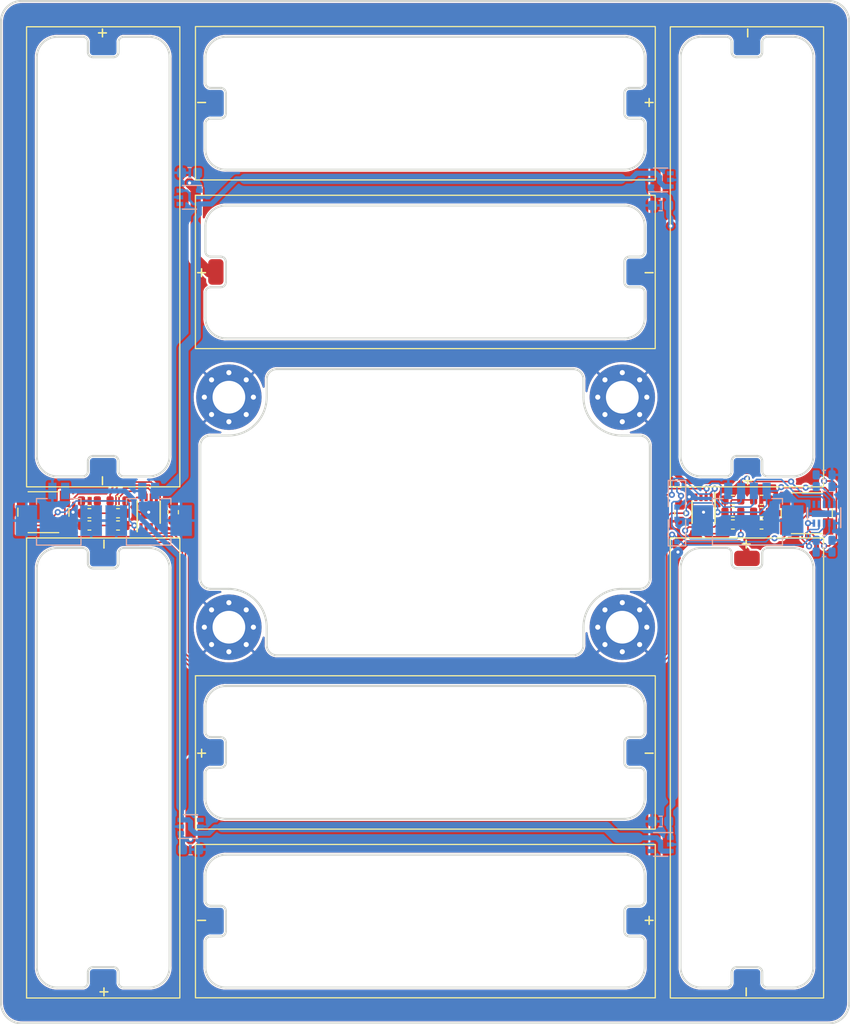
<source format=kicad_pcb>
(kicad_pcb (version 20210424) (generator pcbnew)

  (general
    (thickness 1.004)
  )

  (paper "A4")
  (layers
    (0 "F.Cu" signal)
    (31 "B.Cu" signal)
    (34 "B.Paste" user)
    (35 "F.Paste" user)
    (36 "B.SilkS" user "B.Silkscreen")
    (37 "F.SilkS" user "F.Silkscreen")
    (38 "B.Mask" user)
    (39 "F.Mask" user)
    (40 "Dwgs.User" user "User.Drawings")
    (41 "Cmts.User" user "User.Comments")
    (42 "Eco1.User" user "User.Eco1")
    (43 "Eco2.User" user "User.Eco2")
    (44 "Edge.Cuts" user)
    (45 "Margin" user)
    (46 "B.CrtYd" user "B.Courtyard")
    (47 "F.CrtYd" user "F.Courtyard")
    (48 "B.Fab" user)
    (49 "F.Fab" user)
    (50 "User.1" user)
    (51 "User.2" user)
  )

  (setup
    (stackup
      (layer "F.SilkS" (type "Top Silk Screen"))
      (layer "F.Paste" (type "Top Solder Paste"))
      (layer "F.Mask" (type "Top Solder Mask") (color "Blue") (thickness 0.01))
      (layer "F.Cu" (type "copper") (thickness 0.017))
      (layer "dielectric 1" (type "core") (thickness 0.95) (material "FR4") (epsilon_r 4.5) (loss_tangent 0.02))
      (layer "B.Cu" (type "copper") (thickness 0.017))
      (layer "B.Mask" (type "Bottom Solder Mask") (color "Blue") (thickness 0.01))
      (layer "B.Paste" (type "Bottom Solder Paste"))
      (layer "B.SilkS" (type "Bottom Silk Screen"))
      (copper_finish "ENIG")
      (dielectric_constraints no)
    )
    (pad_to_mask_clearance 0)
    (pcbplotparams
      (layerselection 0x00010fc_ffffffff)
      (disableapertmacros false)
      (usegerberextensions false)
      (usegerberattributes true)
      (usegerberadvancedattributes true)
      (creategerberjobfile true)
      (svguseinch false)
      (svgprecision 6)
      (excludeedgelayer true)
      (plotframeref false)
      (viasonmask false)
      (mode 1)
      (useauxorigin false)
      (hpglpennumber 1)
      (hpglpenspeed 20)
      (hpglpendiameter 15.000000)
      (dxfpolygonmode true)
      (dxfimperialunits true)
      (dxfusepcbnewfont true)
      (psnegative false)
      (psa4output false)
      (plotreference true)
      (plotvalue true)
      (plotinvisibletext false)
      (sketchpadsonfab false)
      (subtractmaskfromsilk false)
      (outputformat 1)
      (mirror false)
      (drillshape 1)
      (scaleselection 1)
      (outputdirectory "")
    )
  )

  (net 0 "")
  (net 1 "Net-(C1-Pad1)")
  (net 2 "Net-(C2-Pad1)")
  (net 3 "Net-(C3-Pad1)")
  (net 4 "Net-(C4-Pad1)")
  (net 5 "Net-(SC1-Pad2)")
  (net 6 "Net-(SC3-Pad2)")
  (net 7 "VCC")
  (net 8 "/SDA")
  (net 9 "/SCL")
  (net 10 "/Solar_unit_1/OUT")
  (net 11 "/Solar_unit_3/OUT")
  (net 12 "/PH_1")
  (net 13 "Net-(R2-Pad2)")
  (net 14 "Net-(R4-Pad2)")
  (net 15 "Net-(R6-Pad2)")
  (net 16 "/PH_2")
  (net 17 "Net-(R10-Pad1)")
  (net 18 "Net-(R11-Pad2)")
  (net 19 "Net-(R13-Pad2)")
  (net 20 "unconnected-(U1-Pad3)")
  (net 21 "unconnected-(U2-Pad3)")
  (net 22 "Net-(U3-Pad5)")
  (net 23 "unconnected-(U3-Pad6)")
  (net 24 "unconnected-(U3-Pad7)")
  (net 25 "Net-(SC5-Pad2)")
  (net 26 "Net-(SC7-Pad2)")
  (net 27 "GND")

  (footprint "TCY_passives:R_0603_1608Metric" (layer "F.Cu") (at 116.6 94.1 180))

  (footprint "Package_DFN_QFN:DFN-8-1EP_3x2mm_P0.5mm_EP1.3x1.5mm" (layer "F.Cu") (at 176.7 94 -90))

  (footprint "TCY_solar:SM141K04LV" (layer "F.Cu") (at 149.475 70.5))

  (footprint "TCY_smd_leds:VEMD5160X" (layer "F.Cu") (at 186.8 94.1 -90))

  (footprint "MountingHole:MountingHole_3.2mm_M3_Pad_Via" (layer "F.Cu") (at 168.75 82.75))

  (footprint "TCY_passives:R_0603_1608Metric" (layer "F.Cu") (at 179.575 94))

  (footprint "TCY_solar:SM141K04LV" (layer "F.Cu") (at 117.95 119.019999 90))

  (footprint "TCY_passives:R_0603_1608Metric" (layer "F.Cu") (at 179.575 92.8))

  (footprint "TCY_solar:SM141K04LV" (layer "F.Cu") (at 149.480001 54 180))

  (footprint "MountingHole:MountingHole_3.2mm_M3_Pad_Via" (layer "F.Cu") (at 130.25 105.25))

  (footprint "TCY_passives:R_0603_1608Metric" (layer "F.Cu") (at 116.6 92.9 180))

  (footprint "TCY_passives:R_0603_1608Metric" (layer "F.Cu") (at 119.4 92.9 180))

  (footprint "TCY_passives:R_0603_1608Metric" (layer "F.Cu") (at 182.375 92.8))

  (footprint "TCY_passives:R_0603_1608Metric" (layer "F.Cu") (at 182.375 95.2))

  (footprint "Resistor_SMD:R_0603_1608Metric" (layer "F.Cu") (at 174.4 94.1 -90))

  (footprint "TCY_passives:R_0603_1608Metric" (layer "F.Cu") (at 119.4 94.1 180))

  (footprint "TCY_solar:SM141K04LV" (layer "F.Cu") (at 117.95 69.019999 -90))

  (footprint "TCY_passives:R_0603_1608Metric" (layer "F.Cu") (at 116.6 95.3 180))

  (footprint "TCY_passives:R_0603_1608Metric" (layer "F.Cu") (at 119.4 95.3 180))

  (footprint "TCY_solar:SM141K04LV" (layer "F.Cu") (at 149.480001 117.5))

  (footprint "TCY_solar:SM141K04LV" (layer "F.Cu") (at 149.480001 134 180))

  (footprint "Package_DFN_QFN:DFN-8-1EP_3x2mm_P0.5mm_EP1.3x1.5mm" (layer "F.Cu") (at 122.4 94 90))

  (footprint "TCY_solar:SM141K04LV" (layer "F.Cu") (at 180.95 69.019999 90))

  (footprint "MountingHole:MountingHole_3.2mm_M3_Pad_Via" (layer "F.Cu") (at 168.75 105.25))

  (footprint "TCY_solar:SM141K04LV" (layer "F.Cu") (at 180.95 119.019999 -90))

  (footprint "MountingHole:MountingHole_3.2mm_M3_Pad_Via" (layer "F.Cu") (at 130.25 82.75))

  (footprint "TCY_passives:R_0603_1608Metric" (layer "F.Cu") (at 182.375 94))

  (footprint "TCY_smd_leds:VEMD5160X" (layer "F.Cu") (at 112.1 94 90))

  (footprint "Resistor_SMD:R_0603_1608Metric" (layer "F.Cu") (at 124.8 94 -90))

  (footprint "TCY_passives:R_0603_1608Metric" (layer "F.Cu") (at 179.575 95.2))

  (footprint "TCY_connectors:Amphenol_10114830-11102LF_1x02_P1.25mm_Horizontal" (layer "B.Cu") (at 113.6 92.72 180))

  (footprint "TCY_passives:C_0603_1608Metric" (layer "B.Cu") (at 188.5 96.75))

  (footprint "Package_TO_SOT_SMD:SOT-363_SC-70-6" (layer "B.Cu") (at 172.5 126.5 180))

  (footprint "Capacitor_SMD:C_0603_1608Metric" (layer "B.Cu") (at 172.5 64 180))

  (footprint "Package_TO_SOT_SMD:SOT-363_SC-70-6" (layer "B.Cu") (at 126.5 124.75))

  (footprint "Diode_SMD:D_SOD-323F" (layer "B.Cu") (at 174.1 95.8 90))

  (footprint "Capacitor_SMD:C_0603_1608Metric" (layer "B.Cu") (at 126.4 60.8 180))

  (footprint "Capacitor_SMD:C_0603_1608Metric" (layer "B.Cu") (at 126.5 127))

  (footprint "Package_TO_SOT_SMD:SOT-363_SC-70-6" (layer "B.Cu") (at 172.5 61.5))

  (footprint "TCY_passives:R_0603_1608Metric" (layer "B.Cu") (at 188.5 90.35))

  (footprint "Capacitor_SMD:C_0603_1608Metric" (layer "B.Cu") (at 172.5 124.25 180))

  (footprint "TCY_passives:R_0603_1608Metric" (layer "B.Cu") (at 188.5 97.9))

  (footprint "TCY_passives:C_0603_1608Metric" (layer "B.Cu") (at 188.5 91.5))

  (footprint "TCY_connectors:Amphenol_10114830-11102LF_1x02_P1.25mm_Horizontal" (layer "B.Cu") (at 122.4 92.72 180))

  (footprint "Package_DFN_QFN:DFN-10-1EP_2x3mm_P0.5mm_EP0.64x2.4mm" (layer "B.Cu") (at 188.5 94.15 90))

  (footprint "Diode_SMD:D_SOD-323F" (layer "B.Cu") (at 174.1 92.4 -90))

  (footprint "TCY_connectors:Amphenol_10114830-11103LF_1x04_P1.25mm_Horizontal" (layer "B.Cu") (at 181 94.97 180))

  (footprint "Package_TO_SOT_SMD:SOT-363_SC-70-6" (layer "B.Cu") (at 126.4 63.2 180))

  (gr_arc (start 185.45 49.500001) (end 187.45 49.500001) (angle -90) (layer "Edge.Cuts") (width 0.2) (tstamp 02fd28df-f37a-4553-b7a5-7cdbdc55e118))
  (gr_arc (start 185.45 99.5) (end 187.45 99.5) (angle -90) (layer "Edge.Cuts") (width 0.2) (tstamp 04792f9e-1520-4b9d-af73-5d2b39764dcd))
  (gr_arc (start 181.95 99) (end 181.95 99.500001) (angle -90) (layer "Edge.Cuts") (width 0.2) (tstamp 057c1add-104a-4a55-a56b-40801bf3b052))
  (gr_line (start 127.950001 115.500001) (end 127.950001 113.000001) (layer "Edge.Cuts") (width 0.2) (tstamp 05fedc24-de42-4101-b3a2-32c81fecf786))
  (gr_arc (start 115.95 140.000001) (end 115.95 140.500001) (angle -90) (layer "Edge.Cuts") (width 0.2) (tstamp 068b7777-c54f-41d8-a964-2f6b8ebc07fe))
  (gr_arc (start 129.450001 116.500001) (end 129.950001 116.500001) (angle -90) (layer "Edge.Cuts") (width 0.2) (tstamp 06cd484b-e52d-4371-bd5a-280706c8e6a4))
  (gr_line (start 118.95 49.500001) (end 116.95 49.500001) (layer "Edge.Cuts") (width 0.2) (tstamp 087857c5-6b30-4df8-8007-710b829a6832))
  (gr_line (start 129.950001 133.000001) (end 129.950001 135.000001) (layer "Edge.Cuts") (width 0.2) (tstamp 088d7daa-cc8d-4fd8-9aa9-12bb905b0dc6))
  (gr_line (start 116.45 99) (end 116.45 98.000001) (layer "Edge.Cuts") (width 0.2) (tstamp 09c36c44-15fc-4af7-8d71-dd1ff07b603d))
  (gr_arc (start 185.45 138.500001) (end 185.449999 140.500001) (angle -90) (layer "Edge.Cuts") (width 0.2) (tstamp 0a60d8da-a40b-4646-bfdf-f5b9a275e81e))
  (gr_arc (start 169.45 71.500001) (end 168.95 71.500001) (angle -90) (layer "Edge.Cuts") (width 0.2) (tstamp 0b84a6f9-4752-42ea-815d-62cc5fc41feb))
  (gr_line (start 116.45 139.000001) (end 116.45 140.000001) (layer "Edge.Cuts") (width 0.2) (tstamp 0c900f8c-2d96-4607-941d-cb73db80e439))
  (gr_arc (start 163.95 81.000002) (end 164.95 81.000002) (angle -90) (layer "Edge.Cuts") (width 0.2) (tstamp 0de9e0cb-4922-44b0-a5c5-3505f439fbf7))
  (gr_arc (start 168.95 49.500001) (end 170.95 49.500001) (angle -90) (layer "Edge.Cuts") (width 0.2) (tstamp 0ff09f9c-dd92-4514-9029-ab95a69e78ca))
  (gr_line (start 130.2 101.500001) (end 128.45 101.500001) (layer "Edge.Cuts") (width 0.2) (tstamp 1015b18b-ba2c-4325-aabd-937839acb938))
  (gr_arc (start 168.95 129.500001) (end 170.95 129.500001) (angle -90) (layer "Edge.Cuts") (width 0.2) (tstamp 1115bb20-fa86-472b-9634-838fd72b4dc2))
  (gr_arc (start 170.45 72.500001) (end 170.95 72.500001) (angle -90) (layer "Edge.Cuts") (width 0.2) (tstamp 11406a0b-a194-4c64-aee2-5725f56c6367))
  (gr_line (start 168.95 127.500001) (end 129.95 127.500001) (layer "Edge.Cuts") (width 0.2) (tstamp 16d32656-a535-4ca1-a698-fb0b7bd8c175))
  (gr_line (start 129.450001 52.500002) (end 128.450001 52.500002) (layer "Edge.Cuts") (width 0.2) (tstamp 1764f411-00bf-4058-a6c5-237b02f0b980))
  (gr_arc (start 169.45 133) (end 169.45 132.5) (angle -90) (layer "Edge.Cuts") (width 0.2) (tstamp 176ec522-ecd0-484a-9ee5-13f17db7041e))
  (gr_line (start 116.95 138.500001) (end 118.95 138.500001) (layer "Edge.Cuts") (width 0.2) (tstamp 17dbb318-f415-4eeb-9939-a58845d246f0))
  (gr_arc (start 179.949999 49.000001) (end 179.449999 49.000001) (angle -90) (layer "Edge.Cuts") (width 0.2) (tstamp 19c82bf9-832f-41dc-9363-64ec5d7ca397))
  (gr_line (start 170.95 72.500001) (end 170.95 75.000001) (layer "Edge.Cuts") (width 0.2) (tstamp 1a85c2de-d9b4-44ed-b7ab-42b411394e8a))
  (gr_line (start 169.45 72.000001) (end 170.45 72.000001) (layer "Edge.Cuts") (width 0.2) (tstamp 1ae2ee33-b610-4a2d-bf12-fcab2a2d2db8))
  (gr_line (start 182.95 140.500001) (end 185.45 140.500001) (layer "Edge.Cuts") (width 0.2) (tstamp 1cc7908b-9c34-4f92-ab51-23914be8ceea))
  (gr_arc (start 168.95 122.000001) (end 168.95 124.000001) (angle -90) (layer "Edge.Cuts") (width 0.2) (tstamp 1d60ec8b-e4c3-4538-8cfb-92e637677d4b))
  (gr_arc (start 178.95 98.000001) (end 179.45 98.000001) (angle -90) (layer "Edge.Cuts") (width 0.2) (tstamp 200ea47c-c5fd-4db3-8b8b-2b38eaab8b18))
  (gr_arc (start 118.95 89.000001) (end 119.45 89.000001) (angle -90) (layer "Edge.Cuts") (width 0.2) (tstamp 20407672-6076-4d42-b3ac-5e3262eaf09a))
  (gr_arc (start 176.45 88.500002) (end 174.45 88.500002) (angle -90) (layer "Edge.Cuts") (width 0.2) (tstamp 20942e9d-198c-4e1c-a76d-53d121b8efdc))
  (gr_line (start 178.95 47.500001) (end 176.45 47.500001) (layer "Edge.Cuts") (width 0.2) (tstamp 2099de76-5324-414f-b12f-26432a995d83))
  (gr_arc (start 170.45 68.500001) (end 170.45 69.000001) (angle -90) (layer "Edge.Cuts") (width 0.2) (tstamp 2204ceb9-0b66-45b1-afe8-2802f1843daf))
  (gr_arc (start 122.45 99.5) (end 124.45 99.5) (angle -90) (layer "Edge.Cuts") (width 0.2) (tstamp 2488f897-27dc-4d83-b0f1-40de367e0e63))
  (gr_line (start 169.45 52.500002) (end 170.45 52.500002) (layer "Edge.Cuts") (width 0.2) (tstamp 25b6aff7-0040-4cd5-95fa-21ceb6a3bf8e))
  (gr_arc (start 181.95 139.000001) (end 182.45 139.000001) (angle -90) (layer "Edge.Cuts") (width 0.2) (tstamp 26420053-e8ba-4265-bba2-21f505857217))
  (gr_arc (start 170.45 56.000002) (end 170.95 56.000002) (angle -90) (layer "Edge.Cuts") (width 0.2) (tstamp 2778819d-bf2b-4db2-b851-ad21434ab530))
  (gr_arc (start 119.95 140.000001) (end 119.45 140.000001) (angle -90) (layer "Edge.Cuts") (width 0.2) (tstamp 28eff093-6513-4415-9807-a3f82e9be250))
  (gr_line (start 179.45 89.000001) (end 179.45 90.000001) (layer "Edge.Cuts") (width 0.2) (tstamp 291fb24a-ead3-4fe7-b7a0-069917b6ef25))
  (gr_arc (start 115.95 90.000001) (end 115.95 90.500001) (angle -90) (layer "Edge.Cuts") (width 0.2) (tstamp 2a37c86e-f0e2-4b48-b17a-87dd11981829))
  (gr_arc (start 168.95 113.000001) (end 170.95 113.000001) (angle -90) (layer "Edge.Cuts") (width 0.2) (tstamp 2c2d42df-c623-48c4-8b2b-5ce1ddcda0f7))
  (gr_arc (start 129.95 129.500001) (end 129.95 127.500001) (angle -90) (layer "Edge.Cuts") (width 0.2) (tstamp 2e6a0af4-5eb5-416e-9dc9-1cde5ce532b8))
  (gr_arc (start 170.45 136.000001) (end 170.95 136.000001) (angle -90) (layer "Edge.Cuts") (width 0.2) (tstamp 30af23b0-2528-4a23-b0da-bda3f8ae5fbf))
  (gr_arc (start 169.45 53.000002) (end 169.45 52.500002) (angle -90) (layer "Edge.Cuts") (width 0.2) (tstamp 32f769a9-8e15-42a4-8c22-22efacb665e0))
  (gr_arc (start 169.45 69.500001) (end 169.45 69.000001) (angle -90) (layer "Edge.Cuts") (width 0.2) (tstamp 3344bf14-96fc-45d8-b8ac-ca9f6971c34c))
  (gr_arc (start 129.450001 69.500001) (end 129.950001 69.500001) (angle -90) (layer "Edge.Cuts") (width 0.2) (tstamp 33ca28d4-543f-41b2-8ae4-97f66b9b62f0))
  (gr_arc (start 182.95 90.000001) (end 182.45 90.000001) (angle -90) (layer "Edge.Cuts") (width 0.2) (tstamp 3466449a-7c72-4594-a0fe-7da5f88bc18f))
  (gr_arc (start 134.95 107.000001) (end 133.95 107.000001) (angle -90) (layer "Edge.Cuts") (width 0.2) (tstamp 36d73420-baa8-4675-8fdd-4ab03a5e1b96))
  (gr_arc (start 128.450001 72.500001) (end 128.450001 72.000001) (angle -90) (layer "Edge.Cuts") (width 0.2) (tstamp 37b166e3-e714-4dcf-aa51-da63b5f0f651))
  (gr_line (start 129.95 124.000001) (end 168.95 124.000001) (layer "Edge.Cuts") (width 0.2) (tstamp 3854931f-060a-406b-8690-1b0fd9e98f17))
  (gr_arc (start 178.95 140.000001) (end 178.95 140.500001) (angle -90) (layer "Edge.Cuts") (width 0.2) (tstamp 3855035e-d5d1-40b3-8814-9afd3fcea59b))
  (gr_line (start 169.45 135.500001) (end 170.45 135.500001) (layer "Edge.Cuts") (width 0.2) (tstamp 3b03be7d-cadd-46d7-8140-47d932ff66b5))
  (gr_arc (start 170.45 100.500001) (end 170.45 101.500001) (angle -90) (layer "Edge.Cuts") (width 0.2) (tstamp 3c084481-7678-4852-a7a9-ef45ecfba1bb))
  (gr_line (start 111.45 49.500001) (end 111.45 88.500002) (layer "Edge.Cuts") (width 0.2) (tstamp 3d36a243-0383-415d-b4d3-fee5709976f6))
  (gr_line (start 119.45 99) (end 119.45 98.000001) (layer "Edge.Cuts") (width 0.2) (tstamp 3ebabbbc-ad6a-41bf-8786-1c094c54177d))
  (gr_line (start 169.45 119.000001) (end 170.45 119.000001) (layer "Edge.Cuts") (width 0.2) (tstamp 3fb39dbf-163c-4364-b7ad-518d472c51bb))
  (gr_line (start 115.95 90.500001) (end 113.45 90.500001) (layer "Edge.Cuts") (width 0.2) (tstamp 3fcc7f22-1b86-4ec5-bf85-c9257721979f))
  (gr_line (start 170.95 132.000001) (end 170.95 129.500001) (layer "Edge.Cuts") (width 0.2) (tstamp 40b868ea-9917-4a58-b7cf-41a00dc5459e))
  (gr_line (start 115.95 97.500001) (end 113.45 97.500001) (layer "Edge.Cuts") (width 0.2) (tstamp 40e5e106-fa10-453b-93de-e18619fb50db))
  (gr_arc (start 129.95 113.000001) (end 129.95 111.000001) (angle -90) (layer "Edge.Cuts") (width 0.2) (tstamp 42997778-d21a-4685-b69e-94e2aa59164e))
  (gr_line (start 188.95 44.000002) (end 109.95 44.000002) (layer "Edge.Cuts") (width 0.2) (tstamp 42ace664-8f17-4094-b1fd-878ebff58f1f))
  (gr_arc (start 169.45 118.500001) (end 168.95 118.500001) (angle -90) (layer "Edge.Cuts") (width 0.2) (tstamp 4328b7b2-bfd8-4eee-8c04-33c6119c8c7a))
  (gr_arc (start 188.95 142) (end 188.95 144) (angle -90) (layer "Edge.Cuts") (width 0.2) (tstamp 43f9b419-c656-4851-a51c-94884e9df7b4))
  (gr_arc (start 113.45 88.500002) (end 111.45 88.500002) (angle -90) (layer "Edge.Cuts") (width 0.2) (tstamp 457966ac-8523-4a27-8b38-4de7b7447089))
  (gr_line (start 129.950001 116.500001) (end 129.950001 118.500001) (layer "Edge.Cuts") (width 0.2) (tstamp 4625890b-5085-4958-8267-fd99f761240a))
  (gr_line (start 163.95 108.000001) (end 134.95 108.000001) (layer "Edge.Cuts") (width 0.2) (tstamp 467697ea-3f2a-4e44-96df-9e96a0b9cd26))
  (gr_line (start 182.95 97.500001) (end 185.45 97.500001) (layer "Edge.Cuts") (width 0.2) (tstamp 46c10385-447c-4cac-b48c-54b612d05156))
  (gr_arc (start 116.95 139.000001) (end 116.950001 138.500001) (angle -90) (layer "Edge.Cuts") (width 0.2) (tstamp 474586ff-b199-44db-bb96-bf433e305ce5))
  (gr_line (start 182.45 99) (end 182.45 98.000001) (layer "Edge.Cuts") (width 0.2) (tstamp 47900a04-492b-416f-92d7-60e7ba980e4d))
  (gr_line (start 181.95 99.500001) (end 179.95 99.500001) (layer "Edge.Cuts") (width 0.2) (tstamp 4c0053b7-702b-4d3e-b38a-729871a44b98))
  (gr_arc (start 168.95 58.500002) (end 168.95 60.500002) (angle -90) (layer "Edge.Cuts") (width 0.2) (tstamp 4c1c115b-4a86-4563-8193-8e8bb21404e9))
  (gr_line (start 169.45 55.500002) (end 170.45 55.500002) (layer "Edge.Cuts") (width 0.2) (tstamp 4cf9c067-4351-4d91-8245-9a71e71a1579))
  (gr_arc (start 129.450001 53.000001) (end 129.950001 53.000001) (angle -90) (layer "Edge.Cuts") (width 0.2) (tstamp 4d98bf42-d9a8-4c80-a12f-ffae2e2449b2))
  (gr_line (start 174.45 99.5) (end 174.45 138.500001) (layer "Edge.Cuts") (width 0.2) (tstamp 50a0e4e5-ec24-4bc9-a19d-a5cbd346abf9))
  (gr_arc (start 129.450001 135.000001) (end 129.450001 135.500001) (angle -90) (layer "Edge.Cuts") (width 0.2) (tstamp 512ce996-2eeb-43b3-8b2a-179872448ff2))
  (gr_arc (start 179.95 99.000001) (end 179.45 99.000001) (angle -90) (layer "Edge.Cuts") (width 0.2) (tstamp 5184b9b1-2d1e-402f-8a13-ecf332cb8924))
  (gr_line (start 178.95 90.500001) (end 176.45 90.500001) (layer "Edge.Cuts") (width 0.2) (tstamp 51b42015-463f-4b15-af42-2fe98c6fdf4d))
  (gr_arc (start 168.7 105.250001) (end 168.7 101.500001) (angle -90) (layer "Edge.Cuts") (width 0.2) (tstamp 54daa8cd-f74b-4475-ae6b-ef22e989e4ea))
  (gr_arc (start 122.45 49.500001) (end 124.45 49.500001) (angle -90) (layer "Edge.Cuts") (width 0.2) (tstamp 54f0cb31-0ea0-4bdf-80fc-b2252198c0ab))
  (gr_line (start 127.950001 136.000001) (end 127.950001 138.500001) (layer "Edge.Cuts") (width 0.2) (tstamp 550841ff-78be-41bf-9279-62e524c022c9))
  (gr_line (start 178.95 140.500001) (end 176.45 140.500001) (layer "Edge.Cuts") (width 0.2) (tstamp 56756683-07d5-431e-a9fa-51e07c3ec2d5))
  (gr_arc (start 182.95 140.000001) (end 182.45 140.000001) (angle -90) (layer "Edge.Cuts") (width 0.2) (tstamp 596572bd-60f6-451a-944e-670349b19c64))
  (gr_arc (start 170.449999 87.500002) (end 171.449999 87.500002) (angle -90) (layer "Edge.Cuts") (width 0.2) (tstamp 59aaab31-cdf7-4896-946a-bda458d71d16))
  (gr_arc (start 129.950001 138.500001) (end 127.95 138.500001) (angle -90) (layer "Edge.Cuts") (width 0.2) (tstamp 5d5d867a-077e-4589-b79e-5d65489eea05))
  (gr_line (start 182.95 90.500001) (end 185.45 90.500001) (layer "Edge.Cuts") (width 0.2) (tstamp 5d7b1953-d6b5-497c-89e0-be3b5fdc6c37))
  (gr_arc (start 170.45 115.500001) (end 170.45 116.000001) (angle -90) (layer "Edge.Cuts") (width 0.2) (tstamp 6029fe31-ff48-4315-96aa-62af68b7bbd1))
  (gr_line (start 168.95 118.500001) (end 168.95 116.500001) (layer "Edge.Cuts") (width 0.2) (tstamp 6407163e-2b74-4dcd-b560-7eaccb7b6c4e))
  (gr_line (start 164.95 107) (end 164.95 105.250001) (layer "Edge.Cuts") (width 0.2) (tstamp 641b41f7-9d92-4cff-9f38-51bf3979fb42))
  (gr_line (start 129.450001 116.000001) (end 128.450001 116.000001) (layer "Edge.Cuts") (width 0.2) (tstamp 64cc52e3-e8be-4ee8-bc3b-8393589676ad))
  (gr_line (start 119.450001 89.000002) (end 119.450001 90.000001) (layer "Edge.Cuts") (width 0.2) (tstamp 664273c2-30d0-46d6-adfb-19108021f958))
  (gr_arc (start 134.95 81.000002) (end 134.95 80.000002) (angle -90) (layer "Edge.Cuts") (width 0.2) (tstamp 666bd15f-e412-49ec-8609-dbdcf15feaa8))
  (gr_line (start 115.95 47.500001) (end 113.45 47.500001) (layer "Edge.Cuts") (width 0.2) (tstamp 681ae55a-b047-40ab-bcd9-f288f5b38c7e))
  (gr_arc (start 170.45 52.000001) (end 170.45 52.500002) (angle -90) (layer "Edge.Cuts") (width 0.2) (tstamp 69cad448-7621-4388-b02d-b955a55b78ac))
  (gr_line (start 129.950001 69.500001) (end 129.950001 71.500001) (layer "Edge.Cuts") (width 0.2) (tstamp 6a8719f1-16f3-489e-bc1e-fee03537978d))
  (gr_arc (start 119.95 48.000001) (end 119.95 47.500001) (angle -90) (layer "Edge.Cuts") (width 0.2) (tstamp 6b750a59-e7a9-4abc-8c08-f033d3fe9366))
  (gr_arc (start 176.45 138.500001) (end 174.45 138.500001) (angle -90) (layer "Edge.Cuts") (width 0.2) (tstamp 708f301e-b6dd-4465-b89c-73a29f56fec4))
  (gr_arc (start 178.95 48.000001) (end 179.45 48.000001) (angle -90) (layer "Edge.Cuts") (width 0.2) (tstamp 735eb0af-439b-4cea-b44a-d2a70110d10f))
  (gr_line (start 168.95 111) (end 129.95 111.000001) (layer "Edge.Cuts") (width 0.2) (tstamp 73ea7d1a-e8b7-471b-b32d-15e6ba22e4af))
  (gr_line (start 178.95 97.500001) (end 176.45 97.500001) (layer "Edge.Cuts") (width 0.2) (tstamp 742fc986-86b0-4707-a302-57185abc5b63))
  (gr_line (start 168.95 64.000001) (end 129.95 64.000001) (layer "Edge.Cuts") (width 0.2) (tstamp 74e011b2-2128-48c6-a66c-dacc779ec4f3))
  (gr_arc (start 109.95 46.000002) (end 109.95 44.000002) (angle -90) (layer "Edge.Cuts") (width 0.2) (tstamp 74e80894-178e-47c2-addb-76c92fe60d91))
  (gr_line (start 119.95 140.500001) (end 122.45 140.500001) (layer "Edge.Cuts") (width 0.2) (tstamp 75729d9d-b15a-428d-b7ee-3dddd73f914c))
  (gr_line (start 169.45 69.000001) (end 170.45 69.000001) (layer "Edge.Cuts") (width 0.2) (tstamp 76d0e73c-b7fb-4491-b9af-733492f4e7a2))
  (gr_line (start 129.450001 69.000001) (end 128.450001 69.000001) (layer "Edge.Cuts") (width 0.2) (tstamp 76e2cf84-68f8-4c7e-a43a-6fdeaed82c22))
  (gr_arc (start 129.95 66.000001) (end 129.95 64.000001) (angle -90) (layer "Edge.Cuts") (width 0.2) (tstamp 77b7fcfb-e64c-4881-aebf-2910a1a6858c))
  (gr_line (start 124.45 88.500002) (end 124.45 49.500001) (layer "Edge.Cuts") (width 0.2) (tstamp 77f71919-8b4d-4a09-a259-f971e7e13650))
  (gr_arc (start 168.95 138.500001) (end 168.95 140.500001) (angle -90) (layer "Edge.Cuts") (width 0.2) (tstamp 782be7bb-0ed2-4354-b62b-9de056c3c816))
  (gr_line (start 129.450001 132.500001) (end 128.450001 132.500001) (layer "Edge.Cuts") (width 0.2) (tstamp 78e8a562-84b2-4aa6-88f1-0ee5d87f6966))
  (gr_line (start 169.45 132.500001) (end 170.45 132.500001) (layer "Edge.Cuts") (width 0.2) (tstamp 79a3d936-73c9-4068-a7db-4b757ee9db23))
  (gr_line (start 170.95 136.000001) (end 170.95 138.500001) (layer "Edge.Cuts") (width 0.2) (tstamp 7aae5e46-dfed-4d70-954d-3998b7c6ad97))
  (gr_line (start 119.45 49.000001) (end 119.45 48.000001) (layer "Edge.Cuts") (width 0.2) (tstamp 7dffe1f5-ac00-48a6-a204-5c225b8ee6a0))
  (gr_arc (start 129.450001 118.500001) (end 129.450001 119.000001) (angle -90) (layer "Edge.Cuts") (width 0.2) (tstamp 7eb4fc7c-15e3-44fb-9a90-cdbfa5b2841f))
  (gr_arc (start 116.95 49.000001) (end 116.45 49.000001) (angle -90) (layer "Edge.Cuts") (width 0.2) (tstamp 7ed2f7de-17f9-4f2a-aee9-8663aa893ccc))
  (gr_arc (start 129.95 75.000001) (end 127.95 75.000001) (angle -90) (layer "Edge.Cuts") (width 0.2) (tstamp 7f071327-4882-4798-8773-bd8a66e79a70))
  (gr_line (start 190.95 142) (end 190.95 46.000002) (layer "Edge.Cuts") (width 0.2) (tstamp 8029247e-0301-4f7f-ba44-bcbfed4aab63))
  (gr_arc (start 181.95 89.000002) (end 182.45 89.000002) (angle -90) (layer "Edge.Cuts") (width 0.2) (tstamp 80cae36f-e694-48af-a93b-440d434896d1))
  (gr_line (start 127.950001 56.000002) (end 127.950001 58.500001) (layer "Edge.Cuts") (width 0.2) (tstamp 82b5fbe1-7079-43fd-904a-2146cd15e33f))
  (gr_arc (start 182.95 48.000001) (end 182.95 47.500001) (angle -90) (layer "Edge.Cuts") (width 0.2) (tstamp 852154ee-e9e8-49d1-81c4-732e1b9efce9))
  (gr_line (start 182.45 89.000002) (end 182.45 90.000001) (layer "Edge.Cuts") (width 0.2) (tstamp 8744840a-60c8-4960-a35b-6d9ec4cf21a7))
  (gr_arc (start 118.95 99.000001) (end 118.95 99.500001) (angle -90) (layer "Edge.Cuts") (width 0.2) (tstamp 87d59e46-4bd9-4a6e-b283-e5fa9d10a860))
  (gr_line (start 133.95 81.000002) (end 133.95 82.750002) (layer "Edge.Cuts") (width 0.2) (tstamp 8857dabb-1263-4bc4-b105-3d19d4807f58))
  (gr_line (start 109.95 144) (end 188.95 144) (layer "Edge.Cuts") (width 0.2) (tstamp 8871945a-ad76-443d-ad24-9865b5838656))
  (gr_arc (start 109.95 142) (end 107.95 142) (angle -90) (layer "Edge.Cuts") (width 0.2) (tstamp 889df7a2-2c31-4945-b769-3cc3392a1430))
  (gr_line (start 182.45 49.000001) (end 182.45 48.000001) (layer "Edge.Cuts") (width 0.2) (tstamp 88a11b1d-dbc7-4a09-9005-f51d2e6086c0))
  (gr_arc (start 130.200001 105.250001) (end 133.950001 105.250001) (angle -90) (layer "Edge.Cuts") (width 0.2) (tstamp 897aeebd-8745-4d09-bc9d-2f7d5de39394))
  (gr_arc (start 128.450001 52.000002) (end 127.950001 52.000002) (angle -90) (layer "Edge.Cuts") (width 0.2) (tstamp 89a770c0-a007-445d-bfb8-cb6eb5d0843b))
  (gr_arc (start 176.45 99.5) (end 176.45 97.5) (angle -90) (layer "Edge.Cuts") (width 0.2) (tstamp 8a00814c-621a-43c8-85c1-edf0431af0ee))
  (gr_line (start 168.7 101.500001) (end 170.45 101.500001) (layer "Edge.Cuts") (width 0.2) (tstamp 8a76e635-147a-47eb-b89e-a5c1190be725))
  (gr_line (start 119.95 97.500001) (end 122.45 97.500001) (layer "Edge.Cuts") (width 0.2) (tstamp 8c293c86-09b9-4190-bbe2-491c7c71ebc3))
  (gr_arc (start 128.45 87.500002) (end 128.45 86.500002) (angle -90) (layer "Edge.Cuts") (width 0.2) (tstamp 917066b8-42b6-4dbe-93a4-03f3a533c93b))
  (gr_arc (start 178.95 90.000001) (end 178.95 90.500001) (angle -90) (layer "Edge.Cuts") (width 0.2) (tstamp 920be5a4-f8a4-47db-be8d-4ab4b9dde01f))
  (gr_arc (start 170.45 119.500001) (end 170.95 119.500001) (angle -90) (layer "Edge.Cuts") (width 0.2) (tstamp 932dd08d-b453-4570-bdcb-41f3642afbac))
  (gr_arc (start 128.450001 119.500001) (end 128.450001 119) (angle -90) (layer "Edge.Cuts") (width 0.2) (tstamp 947c34b0-1339-46cf-b5f1-d850d29c8aab))
  (gr_line (start 127.45 87.500002) (end 127.45 100.500001) (layer "Edge.Cuts") (width 0.2) (tstamp 97dd2369-b1de-49b1-99b2-fa3443effaa2))
  (gr_line (start 127.950001 119.500001) (end 127.950001 122.000001) (layer "Edge.Cuts") (width 0.2) (tstamp 98daad9f-8ae6-4ef6-9592-f93e96070746))
  (gr_arc (start 128.450001 132.000001) (end 127.950001 132.000001) (angle -90) (layer "Edge.Cuts") (width 0.2) (tstamp 992ba1db-5923-4589-ae03-965bacc9003f))
  (gr_arc (start 128.450001 68.500001) (end 127.950001 68.500001) (angle -90) (layer "Edge.Cuts") (width 0.2) (tstamp 9a6b809c-6d91-4f22-92c8-52b529e801cb))
  (gr_arc (start 176.45 49.500001) (end 176.45 47.500001) (angle -90) (layer "Edge.Cuts") (width 0.2) (tstamp 9a8c6476-15c5-4bc2-b076-7b1c3c77371e))
  (gr_line (start 174.45 49.500001) (end 174.45 88.500002) (layer "Edge.Cuts") (width 0.2) (tstamp 9bbe931b-dd61-4f81-8fa6-1c445e61a5dc))
  (gr_line (start 129.450001 55.500002) (end 128.450001 55.500002) (layer "Edge.Cuts") (width 0.2) (tstamp 9f31c22e-0ac9-4cd9-9ec9-dc88e07e652b))
  (gr_line (start 170.95 115.500001) (end 170.95 113.000001) (layer "Edge.Cuts") (width 0.2) (tstamp 9fa4b302-2c67-4387-8794-bc4270b58c6f))
  (gr_line (start 179.95 138.500001) (end 181.95 138.500001) (layer "Edge.Cuts") (width 0.2) (tstamp a0a073b6-f752-412f-8497-7c02fe632023))
  (gr_line (start 187.45 138.500001) (end 187.45 99.5) (layer "Edge.Cuts") (width 0.2) (tstamp a1b4ce14-0761-489e-aea9-598fffb72937))
  (gr_line (start 118.95 99.5) (end 116.95 99.5) (layer "Edge.Cuts") (width 0.2) (tstamp a31b16fa-cee2-45b6-a31c-fdb58bed72b3))
  (gr_arc (start 179.95 89.000001) (end 179.95 88.500001) (angle -90) (layer "Edge.Cuts") (width 0.2) (tstamp a362a90d-8b64-4835-a486-159fa3c5db91))
  (gr_line (start 168.95 71.500001) (end 168.95 69.500001) (layer "Edge.Cuts") (width 0.2) (tstamp a47f3919-a7ed-4c9c-a7c0-e49cdca988a4))
  (gr_arc (start 185.45 88.500002) (end 185.45 90.500002) (angle -90) (layer "Edge.Cuts") (width 0.2) (tstamp a62534cb-e356-4290-8d1f-5ba7f7d7d173))
  (gr_line (start 130.2 86.500002) (end 128.45 86.500002) (layer "Edge.Cuts") (width 0.2) (tstamp a8dc7da6-5df8-42a4-b2cd-b1281cf3d0f0))
  (gr_line (start 133.95 107.000001) (end 133.95 105.250001) (layer "Edge.Cuts") (width 0.2) (tstamp a910dee8-0870-4310-a0d2-86648d7b69f7))
  (gr_line (start 129.95 140.500001) (end 168.95 140.500001) (layer "Edge.Cuts") (width 0.2) (tstamp aae1e4a3-8e02-4983-a2b8-2b86f3b26622))
  (gr_arc (start 129.95 49.500002) (end 129.95 47.500001) (angle -90) (layer "Edge.Cuts") (width 0.2) (tstamp ac810d39-b7fe-42c7-ba88-868a65732f53))
  (gr_line (start 129.95 60.500001) (end 168.95 60.500001) (layer "Edge.Cuts") (width 0.2) (tstamp af23d4a6-8670-4760-a119-5e2530d26af9))
  (gr_arc (start 119.95 98.000001) (end 119.95 97.5) (angle -90) (layer "Edge.Cuts") (width 0.2) (tstamp af2acadf-c2a8-44c1-a321-0b8c9559fd12))
  (gr_arc (start 116.95 89.000001) (end 116.95 88.500001) (angle -90) (layer "Edge.Cuts") (width 0.2) (tstamp afc80580-63d1-4326-b9f7-5acd5ec665d8))
  (gr_arc (start 188.95 46.000002) (end 190.95 46.000002) (angle -90) (layer "Edge.Cuts") (width 0.2) (tstamp b3ab7bd5-de20-4233-925b-917602773263))
  (gr_arc (start 170.45 132) (end 170.45 132.500001) (angle -90) (layer "Edge.Cuts") (width 0.2) (tstamp b6bd75d6-3508-4fce-905e-29f0060b92f4))
  (gr_arc (start 179.949999 139.000001) (end 179.95 138.500001) (angle -90) (layer "Edge.Cuts") (width 0.2) (tstamp b76f75c3-fd7c-4758-a238-74bc8575cf3b))
  (gr_arc (start 113.45 138.500001) (end 111.45 138.500001) (angle -90) (layer "Edge.Cuts") (width 0.2) (tstamp b8a1d2ac-cbde-411f-94d6-648cdbb9f65b))
  (gr_line (start 127.950001 68.500001) (end 127.950001 66.000001) (layer "Edge.Cuts") (width 0.2) (tstamp b8c2e7e4-14da-4a5e-b54b-171723be229c))
  (gr_line (start 107.95 46.000002) (end 107.95 142) (layer "Edge.Cuts") (width 0.2) (tstamp bf4d3a89-821e-4c78-874a-a358a57f830e))
  (gr_line (start 179.95 88.500002) (end 181.95 88.500002) (layer "Edge.Cuts") (width 0.2) (tstamp c157b1bf-f1c8-4cf0-802c-75f1b9d1dcd9))
  (gr_line (start 170.95 52.000002) (end 170.95 49.500001) (layer "Edge.Cuts") (width 0.2) (tstamp c38991c2-4ab1-4113-a511-8873ca89c478))
  (gr_line (start 170.95 119.500001) (end 170.95 122.000001) (layer "Edge.Cuts") (width 0.2) (tstamp c3e1ac6e-686e-491f-a775-d2c306be2791))
  (gr_arc (start 128.450001 100.500001) (end 127.450001 100.500001) (angle -90) (layer "Edge.Cuts") (width 0.2) (tstamp c3f700a0-20bc-4a01-abc8-52590ec87c31))
  (gr_arc (start 128.450001 115.500001) (end 127.950001 115.500001) (angle -90) (layer "Edge.Cuts") (width 0.2) (tstamp c5b83580-85f5-463b-9481-cb5feb8da2c7))
  (gr_line (start 116.95 88.500002) (end 118.95 88.500002) (layer "Edge.Cuts") (width 0.2) (tstamp c6f75eb3-90c1-4ea4-8211-ee36d74d5e75))
  (gr_arc (start 129.95 122.000001) (end 127.95 122) (angle -90) (layer "Edge.Cuts") (width 0.2) (tstamp c80caa73-4ea0-4303-99bb-165b7fd90bbf))
  (gr_arc (start 115.95 98.000001) (end 116.45 98.000001) (angle -90) (layer "Edge.Cuts") (width 0.2) (tstamp c92570e5-8657-4d54-af64-2d6ec0c06643))
  (gr_line (start 111.45 99.5) (end 111.45 138.500001) (layer "Edge.Cuts") (width 0.2) (tstamp c96142b7-478d-4b08-a318-56fc29c32a2e))
  (gr_line (start 119.95 90.500001) (end 122.45 90.500001) (layer "Edge.Cuts") (width 0.2) (tstamp c9c6e55a-e9f5-4f33-a3d9-6bea33ed461c))
  (gr_line (start 168.95 47.500001) (end 129.95 47.500001) (layer "Edge.Cuts") (width 0.2) (tstamp c9df1cd4-6eae-42e3-a3aa-8243cc2658b9))
  (gr_arc (start 122.45 138.500001) (end 122.45 140.500001) (angle -90) (layer "Edge.Cuts") (width 0.2) (tstamp ca6af224-0824-4eac-8385-56bb28bf948b))
  (gr_line (start 127.950001 132.000001) (end 127.950001 129.500001) (layer "Edge.Cuts") (width 0.2) (tstamp ccd5ce35-273d-44e7-b28a-10f70626f9fc))
  (gr_line (start 170.95 56.000002) (end 170.95 58.500001) (layer "Edge.Cuts") (width 0.2) (tstamp cd1725d5-b81f-420c-9036-744e1b8b69b5))
  (gr_line (start 116.45 49.000001) (end 116.45 48.000001) (layer "Edge.Cuts") (width 0.2) (tstamp cd9ce211-85bd-4997-b7fb-a2372d5a175f))
  (gr_arc (start 128.450001 136.000001) (end 128.450001 135.500001) (angle -90) (layer "Edge.Cuts") (width 0.2) (tstamp d22ff753-3eae-4805-9d49-b77b5aa6fbbb))
  (gr_arc (start 168.7 82.750002) (end 164.95 82.750002) (angle -90) (layer "Edge.Cuts") (width 0.2) (tstamp d5e756b1-8c79-4725-a783-815290ebc472))
  (gr_line (start 179.45 139.000001) (end 179.45 140.000001) (layer "Edge.Cuts") (width 0.2) (tstamp d72088a7-d838-4ab4-a5ad-b1d78fcca41e))
  (gr_arc (start 169.45 116.500001) (end 169.45 116.000001) (angle -90) (layer "Edge.Cuts") (width 0.2) (tstamp d726fdbc-cd73-4f1c-b1d3-3e24db04c9ff))
  (gr_line (start 119.95 47.500001) (end 122.45 47.500001) (layer "Edge.Cuts") (width 0.2) (tstamp d76e9da6-ba3f-49e6-9991-297706496a3e))
  (gr_line (start 127.950001 72.500001) (end 127.950001 75.000001) (layer "Edge.Cuts") (width 0.2) (tstamp d8647260-7586-459e-8e01-86ef19f41dc4))
  (gr_line (start 129.95 77.000001) (end 168.95 77.000001) (layer "Edge.Cuts") (width 0.2) (tstamp d8b4f8af-df6e-45b8-b3af-ef02a199ee8e))
  (gr_line (start 170.95 68.500001) (end 170.95 66.000001) (layer "Edge.Cuts") (width 0.2) (tstamp d903efc6-db8f-4a52-8f8f-4b80bd175b59))
  (gr_arc (start 168.95 75.000001) (end 168.95 77.000002) (angle -90) (layer "Edge.Cuts") (width 0.2) (tstamp dad61b19-5490-43ab-bb0e-764413c7b7e3))
  (gr_line (start 119.450001 139.000001) (end 119.450001 140.000001) (layer "Edge.Cuts") (width 0.2) (tstamp db381d79-765b-4bd4-9e13-51349f2b3dad))
  (gr_line (start 179.45 49.000001) (end 179.45 48.000001) (layer "Edge.Cuts") (width 0.2) (tstamp dba5e760-46c8-4ffe-9119-f593e4b9af4b))
  (gr_arc (start 130.2 82.750002) (end 130.2 86.500002) (angle -90) (layer "Edge.Cuts") (width 0.2) (tstamp dbd09501-9b4d-4cc0-81c3-c2bbea0a98a7))
  (gr_arc (start 129.95 58.500001) (end 127.95 58.500001) (angle -90) (layer "Edge.Cuts") (width 0.2) (tstamp dc0dcd70-9af9-43a6-90bf-7501aa4eabc3))
  (gr_arc (start 118.950001 49.000001) (end 118.95 49.500001) (angle -90) (layer "Edge.Cuts") (width 0.2) (tstamp dd2afa2f-d73d-41d3-9752-3409d781bf80))
  (gr_line (start 182.45 139.000001) (end 182.45 140.000001) (layer "Edge.Cuts") (width 0.2) (tstamp dee937e6-a93e-4b7f-b622-b7e72abe5bcb))
  (gr_line (start 129.450001 135.500001) (end 128.450001 135.500001) (layer "Edge.Cuts") (width 0.2) (tstamp deffecf1-2d6b-490d-b165-addad5ca696a))
  (gr_line (start 187.45 88.500002) (end 187.45 49.500001) (layer "Edge.Cuts") (width 0.2) (tstamp dfc9b2d1-5583-407e-9323-fab93803e77e))
  (gr_line (start 179.45 99.000001) (end 179.45 98.000001) (layer "Edge.Cuts") (width 0.2) (tstamp dfd07cac-98d2-4b82-8c4f-c1d0aac196ed))
  (gr_arc (start 169.45 135.000001) (end 168.95 135.000001) (angle -90) (layer "Edge.Cuts") (width 0.2) (tstamp e0858e8f-0ed3-4e21-b06d-83a11dfd6671))
  (gr_line (start 134.95 80.000002) (end 163.95 80.000002) (layer "Edge.Cuts") (width 0.2) (tstamp e086ad4e-0bd1-4e44-b08d-a67d65161884))
  (gr_arc (start 168.95 66.000001) (end 170.95 66.000001) (angle -90) (layer "Edge.Cuts") (width 0.2) (tstamp e0a01cc1-92e5-465f-b9e4-9abf9102deb7))
  (gr_arc (start 129.450001 71.500001) (end 129.450001 72.000002) (angle -90) (layer "Edge.Cuts") (width 0.2) (tstamp e0d8d89f-3278-4944-a6cf-0a1b5e2575b6))
  (gr_arc (start 181.95 49.000001) (end 181.949999 49.500001) (angle -90) (layer "Edge.Cuts") (width 0.2) (tstamp e1460c31-0172-4665-94c2-ea3e8bbec4ae))
  (gr_line (start 129.450001 72.000002) (end 128.450001 72.000002) (layer "Edge.Cuts") (width 0.2) (tstamp e17648f6-717b-44d6-ae9e-ea11d5adaa10))
  (gr_arc (start 163.95 107) (end 163.95 108) (angle -90) (layer "Edge.Cuts") (width 0.2) (tstamp e19de688-1133-4db1-88b9-8a593c16f7c7))
  (gr_arc (start 122.45 88.500002) (end 122.45 90.500002) (angle -90) (layer "Edge.Cuts") (width 0.2) (tstamp e20a8730-a90f-44d0-8738-cbb3420d0c97))
  (gr_line (start 129.450001 119.000001) (end 128.450001 119.000001) (layer "Edge.Cuts") (width 0.2) (tstamp e2b23b9b-7068-489d-892e-045e38274fc6))
  (gr_arc (start 128.450001 56.000002) (end 128.450001 55.500002) (angle -90) (layer "Edge.Cuts") (width 0.2) (tstamp e2bc1f91-524c-4c39-8d4b-301d4f798c19))
  (gr_arc (start 118.950001 139.000001) (end 119.450001 139.000001) (angle -90) (layer "Edge.Cuts") (width 0.2) (tstamp e3828d57-8577-4343-a856-1709490e6da1))
  (gr_arc (start 116.95 99) (end 116.45 99) (angle -90) (layer "Edge.Cuts") (width 0.2) (tstamp e44d02d3-679a-4708-b01e-7adee63ca73a))
  (gr_arc (start 129.450001 55.000002) (end 129.450001 55.500002) (angle -90) (layer "Edge.Cuts") (width 0.2) (tstamp e511ecbf-c88b-4fb1-ac49-de64237d3dbc))
  (gr_arc (start 115.95 48.000001) (end 116.45 48.000001) (angle -90) (layer "Edge.Cuts") (width 0.2) (tstamp e6128f7f-2623-4d20-a2fe-e8f8ec0836cb))
  (gr_line (start 116.45 89.000001) (end 116.45 90.000001) (layer "Edge.Cuts") (width 0.2) (tstamp e726c879-6b32-46ed-8f4f-b512ba4066ac))
  (gr_line (start 168.95 55.000002) (end 168.95 53.000002) (layer "Edge.Cuts") (width 0.2) (tstamp e7d1dc10-45cb-4f83-a721-d97d6c194314))
  (gr_line (start 168.95 135.000001) (end 168.95 133.000001) (layer "Edge.Cuts") (width 0.2) (tstamp e86fd210-0c19-4114-9678-ed2a5574ad3e))
  (gr_line (start 127.950001 52.000002) (end 127.950001 49.500002) (layer "Edge.Cuts") (width 0.2) (tstamp ea690750-401f-4357-9203-cde6d0271628))
  (gr_line (start 129.950001 53.000002) (end 129.950001 55.000002) (layer "Edge.Cuts") (width 0.2) (tstamp eb2c540c-8ef0-4288-8ff0-08bf1ad9ef7a))
  (gr_line (start 181.95 49.500001) (end 179.95 49.500001) (layer "Edge.Cuts") (width 0.2) (tstamp ec35e742-538a-4fe9-9347-40941b8e371a))
  (gr_line (start 169.45 116.000001) (end 170.45 116.000001) (layer "Edge.Cuts") (width 0.2) (tstamp ec76a7cf-f9f0-4abe-aaa6-d05f735b7ad7))
  (gr_line (start 168.7 86.500002) (end 170.449999 86.500002) (layer "Edge.Cuts") (width 0.2) (tstamp f1a896a0-fc6e-4d66-b05f-c321f5f3ebc8))
  (gr_line (start 164.95 81.000002) (end 164.95 82.750002) (layer "Edge.Cuts") (width 0.2) (tstamp f40e9203-1edf-4bce-b58f-76844450be44))
  (gr_arc (start 169.45 55.000002) (end 168.95 55.000001) (angle -90) (layer "Edge.Cuts") (width 0.2) (tstamp f526fe01-bd34-4268-831e-e4b685e29813))
  (gr_arc (start 119.95 90.000001) (end 119.45 90.000001) (angle -90) (layer "Edge.Cuts") (width 0.2) (tstamp f63c377d-a3e1-4a07-80dc-b718e4ead9f7))
  (gr_line (start 171.45 100.500001) (end 171.45 87.500002) (layer "Edge.Cuts") (width 0.2) (tstamp f74ad42d-9857-4b8e-96c6-ac20b16122fa))
  (gr_arc (start 182.95 98.000001) (end 182.95 97.5) (angle -90) (layer "Edge.Cuts") (width 0.2) (tstamp f9361ab1-9d18-4e5e-8dfe-065ba36bda47))
  (gr_arc (start 113.45 49.500001) (end 113.45 47.500001) (angle -90) (layer "Edge.Cuts") (width 0.2) (tstamp f988de13-f523-420c-939c-ec52f86eaacf))
  (gr_arc (start 113.45 99.5) (end 113.45 97.5) (angle -90) (layer "Edge.Cuts") (width 0.2) (tstamp f9a293a1-fe32-4f52-882e-a6d512ab7ccf))
  (gr_line (start 115.95 140.500001) (end 113.45 140.500001) (layer "Edge.Cuts") (width 0.2) (tstamp fdbf67b8-01ad-4dc2-8da3-931d2be3b594))
  (gr_line (start 182.95 47.500001) (end 185.45 47.500001) (layer "Edge.Cuts") (width 0.2) (tstamp fe0370e2-ba5f-4626-bb18-27471b733cc6))
  (gr_line (start 124.45 138.500001) (end 124.45 99.5) (layer "Edge.Cuts") (width 0.2) (tstamp fe13e6c2-587c-4ed0-8799-ac83e4859bf7))
  (gr_arc (start 129.450001 133.000001) (end 129.950001 133.000001) (angle -90) (layer "Edge.Cuts") (width 0.2) (tstamp ff897fcd-e232-4d18-bd1b-4528898e375c))

  (segment (start 179.45 91) (end 174.75 91) (width 0.5) (layer "F.Cu") (net 1) (tstamp 07bd49c5-741a-42dc-b466-a02f4df6e9eb))
  (segment (start 179.95 89.9) (end 179.95 90.5) (width 0.5) (layer "F.Cu") (net 1) (tstamp 4c4b7d0f-a4f2-4d70-86a7-21b2e93b0b04))
  (segment (start 174.75 91) (end 173.5 89.75) (width 0.5) (layer "F.Cu") (net 1) (tstamp 4ef72094-0045-4761-af23-e3a4db4cf07d))
  (segment (start 180.95 89.519999) (end 180.330001 89.519999) (width 0.5) (layer "F.Cu") (net 1) (tstamp 731a76e2-dad2-4b3a-a92a-1c7e84c10da9))
  (segment (start 179.95 90.5) (end 179.45 91) (width 0.5) (layer "F.Cu") (net 1) (tstamp c3e92499-0ee3-4918-927a-9cbceb9127b3))
  (segment (start 173.5 89.75) (end 173.5 66) (width 1) (layer "F.Cu") (net 1) (tstamp c8315908-9dc9-4f24-8d0e-d9756a6d96c3))
  (segment (start 180.330001 89.519999) (end 179.95 89.9) (width 0.5) (layer "F.Cu") (net 1) (tstamp e6cda38f-5b60-4c60-b665-0d7ab74bae8f))
  (via (at 173.5 66) (size 0.6) (drill 0.3) (layers "F.Cu" "B.Cu") (net 1) (tstamp 469c3c6e-e457-4b4e-aaad-8541a16cce34))
  (segment (start 173.5 66) (end 173.5 65.25) (width 0.5) (layer "B.Cu") (net 1) (tstamp 2fbbf2f8-ccb0-4c4f-9e29-3b401731ef3d))
  (segment (start 172 63) (end 171.55 62.55) (width 0.5) (layer "B.Cu") (net 1) (tstamp 5a680350-53a1-488d-b09f-a3d6c85ce57e))
  (segment (start 173.2875 65.0375) (end 173.2875 64) (width 0.5) (layer "B.Cu") (net 1) (tstamp 6e8310c6-87fa-4f01-b9fa-54a5d2bb6c32))
  (segment (start 173 63) (end 172 63) (width 0.5) (layer "B.Cu") (net 1) (tstamp 9d95bfad-c0cb-49e8-9dcf-27f7850b72cd))
  (segment (start 173.5 65.25) (end 173.2875 65.0375) (width 0.5) (layer "B.Cu") (net 1) (tstamp 9d9cc0d8-8957-4efb-a097-380e88248b27))
  (segment (start 173.2875 64) (end 173.2875 63.2875) (width 0.5) (layer "B.Cu") (net 1) (tstamp c4536b02-f569-4104-870e-7551952d5a50))
  (segment (start 171.55 62.55) (end 171.55 62.15) (width 0.5) (layer "B.Cu") (net 1) (tstamp cad10148-46f5-413c-9cec-de7f9819211b))
  (segment (start 173.2875 63.2875) (end 173 63) (width 0.5) (layer "B.Cu") (net 1) (tstamp ec8e5baa-f6de-40ce-83a7-6e1863f2c5c5))
  (segment (start 127 69.2) (end 127 62.4) (width 1) (layer "F.Cu") (net 2) (tstamp 4433c64a-9a93-48df-b6ea-23abf83b0726))
  (segment (start 128.980001 70.519999) (end 128.319999 70.519999) (width 1) (layer "F.Cu") (net 2) (tstamp 90d26dd1-0001-4076-8a1a-df8a77b20db7))
  (segment (start 128.319999 70.519999) (end 127 69.2) (width 1) (layer "F.Cu") (net 2) (tstamp 9e5fffbd-13c9-4816-805d-10e4fd6c4ffb))
  (segment (start 127 62.4) (end 126.4 61.8) (width 1) (layer "F.Cu") (net 2) (tstamp d0b5effc-9f74-433a-9828-dc334d62d599))
  (via (at 126.4 61.8) (size 0.6) (drill 0.3) (layers "F.Cu" "B.Cu") (net 2) (tstamp a650d9ca-2ed1-4008-9845-1161a938674b))
  (segment (start 127.35 61.95) (end 127.35 62.55) (width 0.5) (layer "B.Cu") (net 2) (tstamp 016102c5-70ee-4531-b64a-c0f6cccf7d21))
  (segment (start 127.2 61.8) (end 127.35 61.95) (width 0.5) (layer "B.Cu") (net 2) (tstamp 10e9a640-fc93-4f73-a839-10b63ad1e068))
  (segment (start 127.1875 60.8) (end 127.1875 61.7875) (width 0.5) (layer "B.Cu") (net 2) (tstamp 2f284f49-a0d8-42dc-976c-ab159ad6b44b))
  (segment (start 127.1875 61.7875) (end 127.35 61.95) (width 0.5) (layer "B.Cu") (net 2) (tstamp a688b481-66fc-450c-af08-4ec3a43cc791))
  (segment (start 126.4 61.8) (end 127.2 61.8) (width 0.5) (layer "B.Cu") (net 2) (tstamp afe1f905-a926-42a4-9509-aa0c3b607f23))
  (segment (start 175.1 97) (end 174.2 97.9) (width 0.5) (layer "F.Cu") (net 3) (tstamp 0b0c39ef-9b34-4d92-829d-32c08e201626))
  (segment (start 180.95 98.519999) (end 180.95 97.75) (width 0.5) (layer "F.Cu") (net 3) (tstamp 5f30ed1a-1fea-440a-81b9-e619cc96a2ca))
  (segment (start 180.2 97) (end 175.15 97) (width 0.5) (layer "F.Cu") (net 3) (tstamp b273134e-9845-4cf6-abfc-6c7b382a96d2))
  (segment (start 180.95 97.75) (end 180.2 97) (width 0.5) (layer "F.Cu") (net 3) (tstamp dc76aaf0-f064-4738-b8be-878736a2a897))
  (segment (start 175.15 97) (end 175.1 97) (width 0.5) (layer "F.Cu") (net 3) (tstamp de80db4a-0039-4117-9d68-730b560aac49))
  (via (at 174.2 97.9) (size 0.6) (drill 0.3) (layers "F.Cu" "B.Cu") (net 3) (tstamp 3e6492f6-84e0-4a12-a5c2-582cf2691e73))
  (segment (start 173.7 121.7) (end 173.7 122.6) (width 0.5) (layer "B.Cu") (net 3) (tstamp 0c9df560-4990-4fb6-9e53-e303969f861e))
  (segment (start 173.9 98.2) (end 173.7 98.4) (width 1) (layer "B.Cu") (net 3) (tstamp 2d5a9300-1cad-468a-882e-8cb651092829))
  (segment (start 173.2875 124.25) (end 173.2875 124.7875) (width 0.5) (layer "B.Cu") (net 3) (tstamp 4d65aab5-703e-4672-9366-dff7531ff9c3))
  (segment (start 173.2875 124.7875) (end 173.45 124.95) (width 0.5) (layer "B.Cu") (net 3) (tstamp 4e58f228-fe4a-41be-b918-cd6f2060b864))
  (segment (start 173.7 98.4) (end 173.7 121.7) (width 1) (layer "B.Cu") (net 3) (tstamp 60ae0e30-300a-443d-9735-e0b731cb4f32))
  (segment (start 173.45 124.95) (end 173.45 125.85) (width 0.5) (layer "B.Cu") (net 3) (tstamp 8558473d-a069-4ea1-80f8-8f06f458336b))
  (segment (start 174.2 97.9) (end 173.9 98.2) (width 1) (layer "B.Cu") (net 3) (tstamp a3ebf7e1-2507-4e28-b036-633b98c3ce8a))
  (segment (start 173.7 122.6) (end 173.2875 123.0125) (width 0.5) (layer "B.Cu") (net 3) (tstamp f23d114d-3abb-4888-ab80-b95001261ea9))
  (segment (start 173.2875 123.0125) (end 173.2875 124.25) (width 0.5) (layer "B.Cu") (net 3) (tstamp ff55b182-c197-4c01-931c-8d04e96e5090))
  (segment (start 128.980001 117.519999) (end 127.480001 117.519999) (width 1) (layer "F.Cu") (net 4) (tstamp 6c28bc80-081a-4dfc-8ea6-2125023aee53))
  (segment (start 127.480001 117.519999) (end 126.5 118.5) (width 1) (layer "F.Cu") (net 4) (tstamp 96722f0f-cb17-4718-a550-fa66d32c7fb9))
  (segment (start 126.5 118.5) (end 126.5 126) (width 1) (layer "F.Cu") (net 4) (tstamp e75eb543-1a99-4b8e-a4b0-3ab2be2806d5))
  (via (at 126.5 126) (size 0.6) (drill 0.3) (layers "F.Cu" "B.Cu") (net 4) (tstamp 253e7b01-c87c-476e-96de-7e3b40317c7a))
  (segment (start 125.7125 127) (end 125.7125 126.0875) (width 0.5) (layer "B.Cu") (net 4) (tstamp 303bdeae-5d12-44c4-900c-76b9a1cda181))
  (segment (start 126.5 126) (end 125.8 126) (width 0.5) (layer "B.Cu") (net 4) (tstamp 31cb6ee0-9195-481b-aaf1-813c99bfc1ae))
  (segment (start 125.55 125.75) (end 125.55 125.4) (width 0.5) (layer "B.Cu") (net 4) (tstamp 463d6021-a76a-4833-b5df-99b46a1c0315))
  (segment (start 125.8 126) (end 125.55 125.75) (width 0.5) (layer "B.Cu") (net 4) (tstamp 88068b99-cd9f-4675-aab4-eb8a21553757))
  (segment (start 125.7125 126.0875) (end 125.8 126) (width 0.5) (layer "B.Cu") (net 4) (tstamp e9345fe4-d0ed-4362-b330-e5cd431d09be))
  (segment (start 181 46.8) (end 180.980001 46.819999) (width 1) (layer "F.Cu") (net 5) (tstamp 59058a4e-26a2-49a3-9956-94bc181021e8))
  (segment (start 180.2 46) (end 181 46.8) (width 1) (layer "F.Cu") (net 5) (tstamp 7ab96bc8-bbcf-4562-afa0-008f73dc5623))
  (segment (start 117.980001 48.519999) (end 117.980001 46.619999) (width 1) (layer "F.Cu") (net 5) (tstamp a722c82b-0342-423a-afaa-a5b066a5bcbf))
  (segment (start 118.6 46) (end 180.2 46) (width 1) (layer "F.Cu") (net 5) (tstamp b6c3cf0b-0f00-4287-8741-66e5868b14ac))
  (segment (start 180.980001 46.819999) (end 180.980001 48.519999) (width 1) (layer "F.Cu") (net 5) (tstamp eb966e84-f583-492f-a343-5b8236ec52b0))
  (segment (start 117.980001 46.619999) (end 118.6 46) (width 1) (layer "F.Cu") (net 5) (tstamp ef33755e-32a0-4b07-8698-1603eb78f361))
  (segment (start 172 55) (end 172 69.5) (width 1) (layer "F.Cu") (net 6) (tstamp 0157005f-6550-421b-9ea8-979d6f31883c))
  (segment (start 169.980001 54.019999) (end 171.019999 54.019999) (width 1) (layer "F.Cu") (net 6) (tstamp 3f4ccd43-2e9f-4bfd-b068-0d6c5afb50e1))
  (segment (start 171.019999 54.019999) (end 172 55) (width 1) (layer "F.Cu") (net 6) (tstamp 49901828-c28c-45e1-8eab-b313c55df361))
  (segment (start 170.980001 70.519999) (end 169.980001 70.519999) (width 1) (layer "F.Cu") (net 6) (tstamp 70f4b0ca-19d8-4b24-a9d5-a14af9bcbdda))
  (segment (start 172 69.5) (end 170.980001 70.519999) (width 1) (layer "F.Cu") (net 6) (tstamp a896611c-5bab-4764-bbd7-28b49b2d8771))
  (segment (start 121.848551 96.648551) (end 124.448551 96.648551) (width 0.15) (layer "F.Cu") (net 7) (tstamp 0842832f-fdf6-4891-afef-f32dcf774df3))
  (segment (start 127.65283 109.9) (end 171.047172 109.9) (width 0.15) (layer "F.Cu") (net 7) (tstamp 0a5679d5-c0b0-4197-88a0-1344ba8e212b))
  (segment (start 120.175 94.1) (end 120.175 95.3) (width 0.15) (layer "F.Cu") (net 7) (tstamp 0df42fcc-fc2b-4d2a-84cb-7143cce7005f))
  (segment (start 177.45 95.45) (end 177.75 95.45) (width 0.15) (layer "F.Cu") (net 7) (tstamp 0f3b65c4-37bc-425c-b220-7055a05ed6b5))
  (segment (start 188.9 94.3) (end 188.9 95.4) (width 0.15) (layer "F.Cu") (net 7) (tstamp 110f4e9c-ece1-4678-88ac-66e9e7a4a7f4))
  (segment (start 186.35 94.7) (end 186.35 96.65) (width 0.15) (layer "F.Cu") (net 7) (tstamp 1ada6e38-1dda-456d-8d0b-a781fc161e88))
  (segment (start 184.349502 91.6) (end 188.6 91.6) (width 0.15) (layer "F.Cu") (net 7) (tstamp 1f3d347f-c7a3-4689-b7ae-16600db745c9))
  (segment (start 186.75 94.3) (end 186.35 94.7) (width 0.15) (layer "F.Cu") (net 7) (tstamp 22b438e7-5c29-4985-9f7e-687323036386))
  (segment (start 121.65 92.55) (end 121.25 92.55) (width 0.15) (layer "F.Cu") (net 7) (tstamp 234b4ea8-40b4-4aae-b40e-7b8f479b2cfe))
  (segment (start 173.5 94.1) (end 175.009135 94.1) (width 0.15) (layer "F.Cu") (net 7) (tstamp 2d9044cb-252d-4f82-b327-85c3ad1c75b4))
  (segment (start 178.8 94) (end 178.8 95.2) (width 0.15) (layer "F.Cu") (net 7) (tstamp 30b0e568-c37d-4ace-864f-22b6593736de))
  (segment (start 110 95.3) (end 112.2 95.3) (width 0.15) (layer "F.Cu") (net 7) (tstamp 36071746-9485-4660-8bf6-084e487b0bbf))
  (segment (start 171.047172 109.9) (end 173.1 107.847172) (width 0.15) (layer "F.Cu") (net 7) (tstamp 38ee9915-344d-4319-be76-de9be4c6895e))
  (segment (start 184.3 91.550498) (end 184.349502 91.6) (width 0.15) (layer "F.Cu") (net 7) (tstamp 39eb383a-df52-422d-828a-85939c5c8702))
  (segment (start 124.448551 96.648551) (end 125.7 97.9) (width 0.15) (layer "F.Cu") (net 7) (tstamp 419f70ca-d9ef-4390-8837-0b2e540ce124))
  (segment (start 120.175 92.9) (end 120.175 94.1) (width 0.15) (layer "F.Cu") (net 7) (tstamp 449223ea-5a34-48ed-9efd-bdfa431f6bcb))
  (segment (start 178.8 92.8) (end 178.8 94) (width 0.15) (layer "F.Cu") (net 7) (tstamp 51bcef82-a082-483f-8d05-9c87094065cd))
  (segment (start 173.1 107.847172) (end 173.1 94.5) (width 0.15) (layer "F.Cu") (net 7) (tstamp 53b047b4-9957-44d5-99ed-abf15d2f7034))
  (segment (start 110 92.7) (end 110 95.3) (width 0.15) (layer "F.Cu") (net 7) (tstamp 5bfac59b-666e-4976-97ea-a2c9578202a3))
  (segment (start 121 95.3) (end 121 95.8) (width 0.15) (layer "F.Cu") (net 7) (tstamp 68b05d84-a10d-42d7-b277-dd1a80f7dec7))
  (segment (start 120.175 95.3) (end 121 95.3) (width 0.15) (layer "F.Cu") (net 7) (tstamp 6f8d4eb7-f6e3-4af7-8933-c1d51bed0a78))
  (segment (start 125.7 107.94717) (end 127.65283 109.9) (width 0.15) (layer "F.Cu") (net 7) (tstamp 7714e207-ad4a-4bb4-8ad9-c43df93b337a))
  (segment (start 188.6 91.6) (end 188.9 91.9) (width 0.15) (layer "F.Cu") (net 7) (tstamp 87118630-4438-40e9-8383-f76feacc37b2))
  (segment (start 177.75 95.45) (end 178 95.2) (width 0.15) (layer "F.Cu") (net 7) (tstamp 943c7b37-230b-4a49-ad89-8dd6949b0837))
  (segment (start 121.25 92.55) (end 120.9 92.9) (width 0.15) (layer "F.Cu") (net 7) (tstamp 94a5e3b2-523b-40f9-84ad-a14fd887bc8a))
  (segment (start 120.9 92.9) (end 120.175 92.9) (width 0.15) (layer "F.Cu") (net 7) (tstamp 96bc0e6a-cb03-40b6-86f1-1d98ef229a4d))
  (segment (start 178.8 94) (end 178.074502 94) (width 0.15) (layer "F.Cu") (net 7) (tstamp 9b34a825-ba5d-45f8-9c8e-cf336d3b7a7c))
  (segment (start 188.9 91.9) (end 188.9 92.8) (width 0.15) (layer "F.Cu") (net 7) (tstamp a0c18eee-d0b1-4c18-b4c7-5e35cdb28c42))
  (segment (start 173.1 94.5) (end 173.5 94.1) (width 0.15) (layer "F.Cu") (net 7) (tstamp b52393b3-d707-4409-99c6-e4171608685b))
  (segment (start 112.2 95.3) (end 113.5 94) (width 0.15) (layer "F.Cu") (net 7) (tstamp c4d406c7-a853-498b-9699-aeb83d02e5c7))
  (segment (start 121 95.8) (end 121.848551 96.648551) (width 0.15) (layer "F.Cu") (net 7) (tstamp d143da13-499b-4455-9853-50be9da77c03))
  (segment (start 178 95.2) (end 178.8 95.2) (width 0.15) (layer "F.Cu") (net 7) (tstamp db17e44f-09ca-4349-b9c1-79b3d89a64a8))
  (segment (start 188.9 92.8) (end 188.9 94.3) (width 0.15) (layer "F.Cu") (net 7) (tstamp dd2c22ba-a8ae-496b-9f70-982ba02e5820))
  (segment (start 186.35 96.65) (end 187.032231 97.332231) (width 0.15) (layer "F.Cu") (net 7) (tstamp e55cbdf2-1ed0-4dc1-a7f9-7e804049fafe))
  (segment (start 125.7 97.9) (end 125.7 107.94717) (width 0.15) (layer "F.Cu") (net 7) (tstamp eded2ba0-b2cc-464c-ad76-40e2315cce8e))
  (segment (start 188.9 94.3) (end 186.75 94.3) (width 0.15) (layer "F.Cu") (net 7) (tstamp fa87873c-49ea-4e46-a7fc-e9c4be0d50f1))
  (via (at 178.074502 94) (size 0.6) (drill 0.3) (layers "F.Cu" "B.Cu") (net 7) (tstamp 27177067-088c-4484-9660-02405d2714b7))
  (via (at 121 95.3) (size 0.6) (drill 0.3) (layers "F.Cu" "B.Cu") (net 7) (tstamp 3ded5917-d2a6-41c5-ac78-52a9664b68ba))
  (via (at 186.7 91.6) (size 0.6) (drill 0.3) (layers "F.Cu" "B.Cu") (net 7) (tstamp 49c8b471-f362-4213-8008-d977c7b8a717))
  (via (at 187.032231 97.332231) (size 0.6) (drill 0.3) (layers "F.Cu" "B.Cu") (net 7) (tstamp 660d79d0-fcaf-4d23-bb32-fcc19d38b2d3))
  (via (at 113.5 94) (size 0.6) (drill 0.3) (layers "F.Cu" "B.Cu") (net 7) (tstamp a2bec9d9-80de-4a29-8ff6-04d8c84331dc))
  (via (at 175.009135 94.1) (size 0.6) (drill 0.3) (layers "F.Cu" "B.Cu") (net 7) (tstamp ce612ad6-2ed9-4b30-9b94-1e07d15d5751))
  (via (at 184.3 91.550498) (size 0.6) (drill 0.3) (layers "F.Cu" "B.Cu") (net 7) (tstamp fc743a07-482c-48cd-be87-74706d7169f4))
  (segment (start 189.126461 92.373539) (end 189.5 92.747078) (width 0.15) (layer "B.Cu") (net 7) (tstamp 07e4d66c-2c84-4052-b9c1-77d1161fb5af))
  (segment (start 184.3 91.550498) (end 183.930498 91.92) (width 0.15) (layer "B.Cu") (net 7) (tstamp 0e41d1f1-e660-4300-a320-1b552ae1d4a5))
  (segment (start 187.15 91.6) (end 187.25 91.5) (width 0.15) (layer "B.Cu") (net 7) (tstamp 189b0d0b-e2cb-479d-a0f2-042aa8418038))
  (segment (start 175.009135 94.1) (end 175.009135 93.431745) (width 0.15) (layer "B.Cu") (net 7) (tstamp 18dee157-6778-4589-8cdf-202fea6530de))
  (segment (start 120.25912 92.9) (end 115.3 92.9) (width 0.15) (layer "B.Cu") (net 7) (tstamp 1a70cfef-0040-485a-8ab0-868b1c7ca389))
  (segment (start 189 95.95) (end 189 95.075) (width 0.15) (layer "B.Cu") (net 7) (tstamp 234bcdd6-c540-4821-8b4c-30ada27156ef))
  (segment (start 178.074502 93.374502) (end 178.074502 94) (width 0.15) (layer "B.Cu") (net 7) (tstamp 235e381c-4470-455e-9418-ebdf07d5a0ba))
  (segment (start 178.074502 94) (end 182.2 94) (width 0.15) (layer "B.Cu") (net 7) (tstamp 39026b6d-3f62-4a4a-9f86-b851276d20b8))
  (segment (start 120.5 94.8) (end 120.5 93.14088) (width 0.15) (layer "B.Cu") (net 7) (tstamp 3b08aa3b-c3a4-46c1-9465-79cc87ed3a7b))
  (segment (start 187.032231 97.017769) (end 187.3 96.75) (width 0.15) (layer "B.Cu") (net 7) (tstamp 532f2262-90c1-4ed3-86e1-711878cf8cb3))
  (segment (start 187.25 91.5) (end 187.725 91.5) (width 0.15) (layer "B.Cu") (net 7) (tstamp 57ad725e-0e30-4b87-82e2-03816cc2401b))
  (segment (start 182.2 94) (end 182.875 93.325) (width 0.15) (layer "B.Cu") (net 7) (tstamp 6dc7c3a1-d18a-4023-a4a1-5a21eed3fa11))
  (segment (start 187.3 96.75) (end 187.725 96.75) (width 0.15) (layer "B.Cu") (net 7) (tstamp 6f0e29f1-b2cd-4c6b-a717-af8629099eaa))
  (segment (start 187.032231 97.332231) (end 187.032231 97.017769) (width 0.15) (layer "B.Cu") (net 7) (tstamp 74b9cf1f-63b8-4cd0-ba16-6e429801a7e6))
  (segment (start 121 95.3) (end 120.5 94.8) (width 0.15) (layer "B.Cu") (net 7) (tstamp 75a117ff-6b0d-48e0-9286-8eccf5c3c491))
  (segment (start 188.2 96.75) (end 189 95.95) (width 0.15) (layer "B.Cu") (net 7) (tstamp 7aa8efa3-2866-47ea-97d1-6f64460177e8))
  (segment (start 187.725 97.9) (end 187.725 96.75) (width 0.15) (layer "B.Cu") (net 7) (tstamp 7d8fd947-04be-4d18-ac6f-600eb262bee8))
  (segment (start 177.795489 93.095489) (end 178.074502 93.374502) (width 0.15) (layer "B.Cu") (net 7) (tstamp 7e4f0fec-3228-4940-8881-2bb57eb8f597))
  (segment (start 114.2 94) (end 113.5 94) (width 0.15) (layer "B.Cu") (net 7) (tstamp 8ac8acb1-41da-4458-8676-43c028cf0fcf))
  (segment (start 175.009135 93.431745) (end 175.345391 93.095489) (width 0.15) (layer "B.Cu") (net 7) (tstamp 93b18453-de82-4852-ae0f-91fd04b10a63))
  (segment (start 115.3 92.9) (end 114.2 94) (width 0.15) (layer "B.Cu") (net 7) (tstamp 98e948d3-a42d-4eea-8d30-3878365b7ade))
  (segment (start 120.5 93.14088) (end 120.25912 92.9) (width 0.15) (layer "B.Cu") (net 7) (tstamp a0e23ffa-db5d-4e56-a2a9-f32e1f1a988f))
  (segment (start 183.930498 91.92) (end 182.875 91.92) (width 0.15) (layer "B.Cu") (net 7) (tstamp a4c58130-2d66-4c59-bd18-baf7865291c3))
  (segment (start 186.7 91.6) (end 187.15 91.6) (width 0.15) (layer "B.Cu") (net 7) (tstamp a82152cc-5c0c-4d30-9af4-e5fdf1f52665))
  (segment (start 189.5 92.747078) (end 189.5 93.225) (width 0.15) (layer "B.Cu") (net 7) (tstamp b415e5be-7837-4dfb-8aa7-2b2fa9116bb0))
  (segment (start 187.725 96.75) (end 188.2 96.75) (width 0.15) (layer "B.Cu") (net 7) (tstamp bc57acae-424f-4ecc-bf6d-d150bdf4e816))
  (segment (start 188.252922 91.5) (end 189.126461 92.373539) (width 0.15) (layer "B.Cu") (net 7) (tstamp bdc3e120-c05b-4c98-b47b-c8a168a55999))
  (segment (start 182.875 93.325) (end 182.875 91.92) (width 0.15) (layer "B.Cu") (net 7) (tstamp beb50aad-61c3-43e1-9c77-29fc9f540011))
  (segment (start 175.345391 93.095489) (end 177.795489 93.095489) (width 0.15) (layer "B.Cu") (net 7) (tstamp c7dd62a0-2c1f-439a-bb26-fe2937cdc749))
  (segment (start 187.725 91.5) (end 188.252922 91.5) (width 0.15) (layer "B.Cu") (net 7) (tstamp d78a3939-c261-41d4-bc04-bafa0729e857))
  (segment (start 189 95.95) (end 189 95.7) (width 0.15) (layer "B.Cu") (net 7) (tstamp ff4efde2-db4d-44a3-bbf7-193c19588b04))
  (segment (start 121.65 95.975) (end 122.024031
... [852491 chars truncated]
</source>
